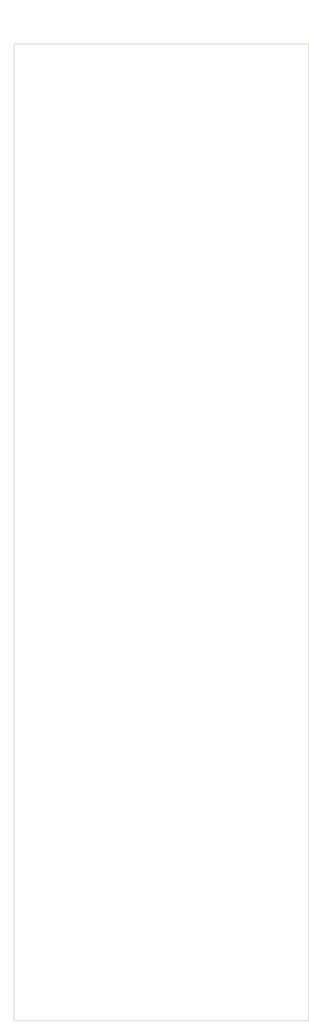
<source format=kicad_pcb>
(kicad_pcb (version 20211014) (generator pcbnew)
  (layers (0 "F.Cu" signal) (31 "B.Cu" signal) (34 "B.Paste" user) (35 "F.Paste" user) (36 "B.SilkS" user "B.Silkscreen") (37 "F.SilkS" user "F.Silkscreen") (38 "B.Mask" user) (39 "F.Mask" user) (44 "Edge.Cuts" user))
  (net 0 "")
  (footprint "MountingHole:MountingHole_3.2mm_M3" (layer "F.Cu") (at 35.22 3)
    (fp_text reference "REF**" hide)
    (fp_text value "MountingHole_3.2mm_M3" hide)
    (pad "" np_thru_hole oval locked (at 0 0) (size 7 3.2) (drill oval 7 3.2) (layers F&B.Cu *.Mask))
  )
  (footprint "MountingHole:MountingHole_3.2mm_M3" (layer "F.Cu") (at 35.22 130.35)
    (fp_text reference "REF**" hide)
    (fp_text value "MountingHole_3.2mm_M3" hide)
    (pad "" np_thru_hole oval locked (at 0 0) (size 7 3.2) (drill oval 7 3.2) (layers F&B.Cu *.Mask))
  )
  (footprint "MountingHole:MountingHole_3.2mm_M3" (layer "F.Cu") (at 5.08 130.35)
    (fp_text reference "REF**" hide)
    (fp_text value "MountingHole_3.2mm_M3" hide)
    (pad "" np_thru_hole oval locked (at 0 0) (size 7 3.2) (drill oval 7 3.2) (layers F&B.Cu *.Mask))
  )
  (footprint "MountingHole:MountingHole_3.2mm_M3" (layer "F.Cu") (at 5.08 3)
    (fp_text reference "REF**" hide)
    (fp_text value "MountingHole_3.2mm_M3" hide)
    (pad "" np_thru_hole oval locked (at 0 0) (size 7 3.2) (drill oval 7 3.2) (layers F&B.Cu *.Mask))
  )
  (gr_line (start 40.3 0) (end 40.3 133.35) (layer "Edge.Cuts") (width 0.1))
  (gr_line (start 0 133.35) (end 0 0) (layer "Edge.Cuts") (width 0.1))
  (gr_line (start 0 0) (end 40.3 0) (layer "Edge.Cuts") (width 0.1))
  (gr_line (start 40.3 133.35) (end 0 133.35) (layer "Edge.Cuts") (width 0.1))
)
</source>
